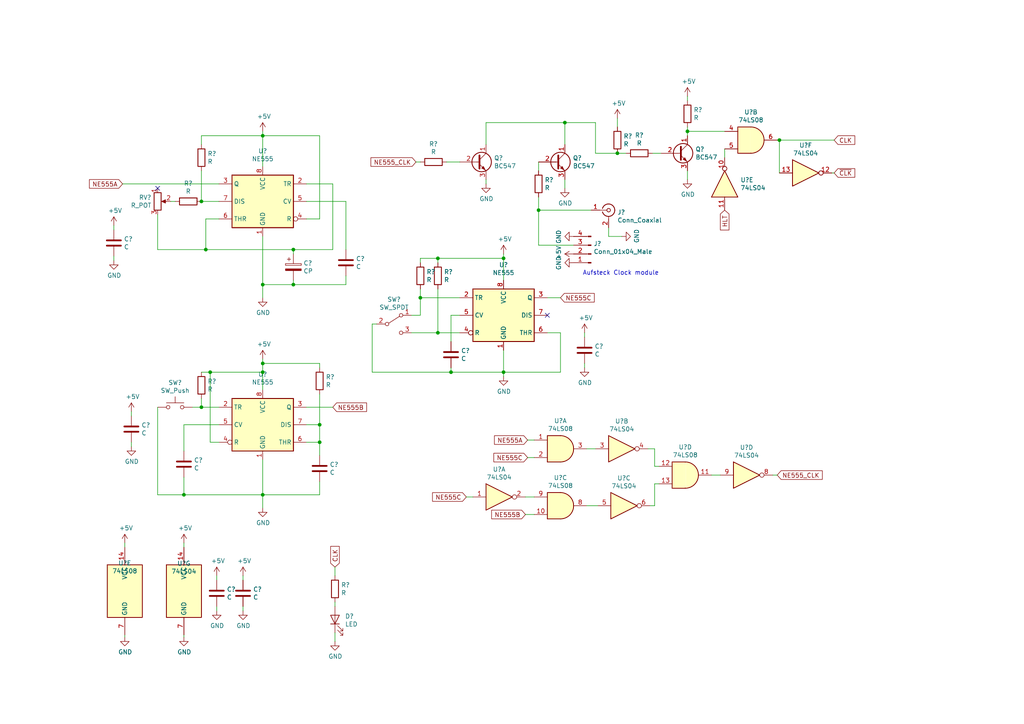
<source format=kicad_sch>
(kicad_sch (version 20200618) (host eeschema "(5.99.0-2101-geb1ff80d5)")
  (page 1 1)
  (paper "A4")
  (title_block (title "CLK MODULE") (date "2020-10-03") (rev "01") (company "Wilhelm-Maybach-Schule Heilbronn") (comment 1 "Leon Hellmich"))
  (lib_symbols
    (symbol "74xx:74LS04" (pin_names (offset 0.508))
      (property "Reference" "U" (at 0 1.27 0))
      (property "Value" "74LS04" (at 0 -1.27 0))
      (symbol "74LS04_7_1"
        (rectangle (start -5.08 7.62) (end 5.08 -7.62) (stroke (width 0.254)) (fill (type background)))
      )
      (symbol "74LS04_1_0"
        (polyline (pts (xy -3.81 3.81) (xy -3.81 -3.81) (xy 3.81 0) (xy -3.81 3.81)) (stroke (width 0.254)) (fill (type background)))
        (pin input line (at -7.62 0 0) (length 3.81) (name "~") (number "1"))
        (pin output inverted (at 7.62 0 180) (length 3.81) (name "~") (number "2"))
      )
      (symbol "74LS04_2_0"
        (polyline (pts (xy -3.81 3.81) (xy -3.81 -3.81) (xy 3.81 0) (xy -3.81 3.81)) (stroke (width 0.254)) (fill (type background)))
        (pin input line (at -7.62 0 0) (length 3.81) (name "~") (number "3"))
        (pin output inverted (at 7.62 0 180) (length 3.81) (name "~") (number "4"))
      )
      (symbol "74LS04_3_0"
        (polyline (pts (xy -3.81 3.81) (xy -3.81 -3.81) (xy 3.81 0) (xy -3.81 3.81)) (stroke (width 0.254)) (fill (type background)))
        (pin input line (at -7.62 0 0) (length 3.81) (name "~") (number "5"))
        (pin output inverted (at 7.62 0 180) (length 3.81) (name "~") (number "6"))
      )
      (symbol "74LS04_4_0"
        (polyline (pts (xy -3.81 3.81) (xy -3.81 -3.81) (xy 3.81 0) (xy -3.81 3.81)) (stroke (width 0.254)) (fill (type background)))
        (pin output inverted (at 7.62 0 180) (length 3.81) (name "~") (number "8"))
        (pin input line (at -7.62 0 0) (length 3.81) (name "~") (number "9"))
      )
      (symbol "74LS04_5_0"
        (polyline (pts (xy -3.81 3.81) (xy -3.81 -3.81) (xy 3.81 0) (xy -3.81 3.81)) (stroke (width 0.254)) (fill (type background)))
        (pin output inverted (at 7.62 0 180) (length 3.81) (name "~") (number "10"))
        (pin input line (at -7.62 0 0) (length 3.81) (name "~") (number "11"))
      )
      (symbol "74LS04_6_0"
        (polyline (pts (xy -3.81 3.81) (xy -3.81 -3.81) (xy 3.81 0) (xy -3.81 3.81)) (stroke (width 0.254)) (fill (type background)))
        (pin output inverted (at 7.62 0 180) (length 3.81) (name "~") (number "12"))
        (pin input line (at -7.62 0 0) (length 3.81) (name "~") (number "13"))
      )
      (symbol "74LS04_7_0"
        (pin power_in line (at 0 12.7 270) (length 5.08) (name "VCC") (number "14"))
        (pin power_in line (at 0 -12.7 90) (length 5.08) (name "GND") (number "7"))
      )
    )
    (symbol "74xx:74LS08"
      (property "Reference" "U" (at 0 1.27 0))
      (property "Value" "74LS08" (at 0 -1.27 0))
      (symbol "74LS08_1_1"
        (arc (start 0 -3.81) (end 0 3.81) (radius (at 0 0) (length 3.81) (angles -89.9 89.9)) (stroke (width 0.254)) (fill (type background)))
        (polyline (pts (xy 0 3.81) (xy -3.81 3.81) (xy -3.81 -3.81) (xy 0 -3.81)) (stroke (width 0.254)) (fill (type background)))
        (pin input line (at -7.62 2.54 0) (length 3.81) (name "~") (number "1"))
        (pin input line (at -7.62 -2.54 0) (length 3.81) (name "~") (number "2"))
        (pin output line (at 7.62 0 180) (length 3.81) (name "~") (number "3"))
      )
      (symbol "74LS08_2_1"
        (arc (start 0 -3.81) (end 0 3.81) (radius (at 0 0) (length 3.81) (angles -89.9 89.9)) (stroke (width 0.254)) (fill (type background)))
        (polyline (pts (xy 0 3.81) (xy -3.81 3.81) (xy -3.81 -3.81) (xy 0 -3.81)) (stroke (width 0.254)) (fill (type background)))
        (pin input line (at -7.62 2.54 0) (length 3.81) (name "~") (number "4"))
        (pin input line (at -7.62 -2.54 0) (length 3.81) (name "~") (number "5"))
        (pin output line (at 7.62 0 180) (length 3.81) (name "~") (number "6"))
      )
      (symbol "74LS08_3_1"
        (arc (start 0 -3.81) (end 0 3.81) (radius (at 0 0) (length 3.81) (angles -89.9 89.9)) (stroke (width 0.254)) (fill (type background)))
        (polyline (pts (xy 0 3.81) (xy -3.81 3.81) (xy -3.81 -3.81) (xy 0 -3.81)) (stroke (width 0.254)) (fill (type background)))
        (pin input line (at -7.62 -2.54 0) (length 3.81) (name "~") (number "10"))
        (pin output line (at 7.62 0 180) (length 3.81) (name "~") (number "8"))
        (pin input line (at -7.62 2.54 0) (length 3.81) (name "~") (number "9"))
      )
      (symbol "74LS08_4_1"
        (arc (start 0 -3.81) (end 0 3.81) (radius (at 0 0) (length 3.81) (angles -89.9 89.9)) (stroke (width 0.254)) (fill (type background)))
        (polyline (pts (xy 0 3.81) (xy -3.81 3.81) (xy -3.81 -3.81) (xy 0 -3.81)) (stroke (width 0.254)) (fill (type background)))
        (pin output line (at 7.62 0 180) (length 3.81) (name "~") (number "11"))
        (pin input line (at -7.62 2.54 0) (length 3.81) (name "~") (number "12"))
        (pin input line (at -7.62 -2.54 0) (length 3.81) (name "~") (number "13"))
      )
      (symbol "74LS08_1_2"
        (arc (start -3.81 3.81) (end -3.81 -3.81) (radius (at -9.144 0) (length 6.5532) (angles 35.4 -35.4)) (stroke (width 0.254)))
        (arc (start 3.81 0) (end -0.6096 3.81) (radius (at -1.1938 -1.3208) (length 5.1816) (angles 15 83.7)) (stroke (width 0.254)) (fill (type background)))
        (arc (start 3.81 0) (end -0.6096 -3.81) (radius (at -1.1938 1.3208) (length 5.1816) (angles -15 -83.7)) (stroke (width 0.254)) (fill (type background)))
        (polyline (pts (xy -3.81 -3.81) (xy -0.635 -3.81)) (stroke (width 0.254)) (fill (type background)))
        (polyline (pts (xy -3.81 3.81) (xy -0.635 3.81)) (stroke (width 0.254)) (fill (type background)))
        (polyline (pts (xy -0.635 3.81) (xy -3.81 3.81) (xy -3.81 3.81) (xy -3.556 3.4036) (xy -3.0226 2.2606) (xy -2.6924 1.0414) (xy -2.6162 -0.254) (xy -2.7686 -1.4986) (xy -3.175 -2.7178) (xy -3.81 -3.81) (xy -3.81 -3.81) (xy -0.635 -3.81)) (stroke (width -25.4)) (fill (type background)))
        (pin input inverted (at -7.62 2.54 0) (length 4.318) (name "~") (number "1"))
        (pin input inverted (at -7.62 -2.54 0) (length 4.318) (name "~") (number "2"))
        (pin output inverted (at 7.62 0 180) (length 3.81) (name "~") (number "3"))
      )
      (symbol "74LS08_2_2"
        (arc (start -3.81 3.81) (end -3.81 -3.81) (radius (at -9.144 0) (length 6.5532) (angles 35.4 -35.4)) (stroke (width 0.254)))
        (arc (start 3.81 0) (end -0.6096 3.81) (radius (at -1.1938 -1.3208) (length 5.1816) (angles 15 83.7)) (stroke (width 0.254)) (fill (type background)))
        (arc (start 3.81 0) (end -0.6096 -3.81) (radius (at -1.1938 1.3208) (length 5.1816) (angles -15 -83.7)) (stroke (width 0.254)) (fill (type background)))
        (polyline (pts (xy -3.81 -3.81) (xy -0.635 -3.81)) (stroke (width 0.254)) (fill (type background)))
        (polyline (pts (xy -3.81 3.81) (xy -0.635 3.81)) (stroke (width 0.254)) (fill (type background)))
        (polyline (pts (xy -0.635 3.81) (xy -3.81 3.81) (xy -3.81 3.81) (xy -3.556 3.4036) (xy -3.0226 2.2606) (xy -2.6924 1.0414) (xy -2.6162 -0.254) (xy -2.7686 -1.4986) (xy -3.175 -2.7178) (xy -3.81 -3.81) (xy -3.81 -3.81) (xy -0.635 -3.81)) (stroke (width -25.4)) (fill (type background)))
        (pin input inverted (at -7.62 2.54 0) (length 4.318) (name "~") (number "4"))
        (pin input inverted (at -7.62 -2.54 0) (length 4.318) (name "~") (number "5"))
        (pin output inverted (at 7.62 0 180) (length 3.81) (name "~") (number "6"))
      )
      (symbol "74LS08_3_2"
        (arc (start -3.81 3.81) (end -3.81 -3.81) (radius (at -9.144 0) (length 6.5532) (angles 35.4 -35.4)) (stroke (width 0.254)))
        (arc (start 3.81 0) (end -0.6096 3.81) (radius (at -1.1938 -1.3208) (length 5.1816) (angles 15 83.7)) (stroke (width 0.254)) (fill (type background)))
        (arc (start 3.81 0) (end -0.6096 -3.81) (radius (at -1.1938 1.3208) (length 5.1816) (angles -15 -83.7)) (stroke (width 0.254)) (fill (type background)))
        (polyline (pts (xy -3.81 -3.81) (xy -0.635 -3.81)) (stroke (width 0.254)) (fill (type background)))
        (polyline (pts (xy -3.81 3.81) (xy -0.635 3.81)) (stroke (width 0.254)) (fill (type background)))
        (polyline (pts (xy -0.635 3.81) (xy -3.81 3.81) (xy -3.81 3.81) (xy -3.556 3.4036) (xy -3.0226 2.2606) (xy -2.6924 1.0414) (xy -2.6162 -0.254) (xy -2.7686 -1.4986) (xy -3.175 -2.7178) (xy -3.81 -3.81) (xy -3.81 -3.81) (xy -0.635 -3.81)) (stroke (width -25.4)) (fill (type background)))
        (pin input inverted (at -7.62 -2.54 0) (length 4.318) (name "~") (number "10"))
        (pin output inverted (at 7.62 0 180) (length 3.81) (name "~") (number "8"))
        (pin input inverted (at -7.62 2.54 0) (length 4.318) (name "~") (number "9"))
      )
      (symbol "74LS08_4_2"
        (arc (start -3.81 3.81) (end -3.81 -3.81) (radius (at -9.144 0) (length 6.5532) (angles 35.4 -35.4)) (stroke (width 0.254)))
        (arc (start 3.81 0) (end -0.6096 3.81) (radius (at -1.1938 -1.3208) (length 5.1816) (angles 15 83.7)) (stroke (width 0.254)) (fill (type background)))
        (arc (start 3.81 0) (end -0.6096 -3.81) (radius (at -1.1938 1.3208) (length 5.1816) (angles -15 -83.7)) (stroke (width 0.254)) (fill (type background)))
        (polyline (pts (xy -3.81 -3.81) (xy -0.635 -3.81)) (stroke (width 0.254)) (fill (type background)))
        (polyline (pts (xy -3.81 3.81) (xy -0.635 3.81)) (stroke (width 0.254)) (fill (type background)))
        (polyline (pts (xy -0.635 3.81) (xy -3.81 3.81) (xy -3.81 3.81) (xy -3.556 3.4036) (xy -3.0226 2.2606) (xy -2.6924 1.0414) (xy -2.6162 -0.254) (xy -2.7686 -1.4986) (xy -3.175 -2.7178) (xy -3.81 -3.81) (xy -3.81 -3.81) (xy -0.635 -3.81)) (stroke (width -25.4)) (fill (type background)))
        (pin output inverted (at 7.62 0 180) (length 3.81) (name "~") (number "11"))
        (pin input inverted (at -7.62 2.54 0) (length 4.318) (name "~") (number "12"))
        (pin input inverted (at -7.62 -2.54 0) (length 4.318) (name "~") (number "13"))
      )
      (symbol "74LS08_5_1"
        (rectangle (start -5.08 7.62) (end 5.08 -7.62) (stroke (width 0.254)) (fill (type background)))
      )
      (symbol "74LS08_5_0"
        (pin power_in line (at 0 12.7 270) (length 5.08) (name "VCC") (number "14"))
        (pin power_in line (at 0 -12.7 90) (length 5.08) (name "GND") (number "7"))
      )
    )
    (symbol "Connector:Conn_01x04_Male" (pin_names hide)
      (property "Reference" "J" (at 0 5.08 0))
      (property "Value" "Conn_01x04_Male" (at 0 -7.62 0))
      (symbol "Conn_01x04_Male_1_1"
        (rectangle (start 0.8636 -4.953) (end 0 -5.207) (stroke (width 0.1524)) (fill (type outline)))
        (rectangle (start 0.8636 -2.413) (end 0 -2.667) (stroke (width 0.1524)) (fill (type outline)))
        (rectangle (start 0.8636 0.127) (end 0 -0.127) (stroke (width 0.1524)) (fill (type outline)))
        (rectangle (start 0.8636 2.667) (end 0 2.413) (stroke (width 0.1524)) (fill (type outline)))
        (polyline (pts (xy 1.27 -5.08) (xy 0.8636 -5.08)) (stroke (width 0.1524)))
        (polyline (pts (xy 1.27 -2.54) (xy 0.8636 -2.54)) (stroke (width 0.1524)))
        (polyline (pts (xy 1.27 0) (xy 0.8636 0)) (stroke (width 0.1524)))
        (polyline (pts (xy 1.27 2.54) (xy 0.8636 2.54)) (stroke (width 0.1524)))
        (pin passive line (at 5.08 2.54 180) (length 3.81) (name "Pin_1") (number "1"))
        (pin passive line (at 5.08 0 180) (length 3.81) (name "Pin_2") (number "2"))
        (pin passive line (at 5.08 -2.54 180) (length 3.81) (name "Pin_3") (number "3"))
        (pin passive line (at 5.08 -5.08 180) (length 3.81) (name "Pin_4") (number "4"))
      )
    )
    (symbol "Connector:Conn_Coaxial" (pin_names hide)
      (property "Reference" "J" (at 0.254 3.048 0))
      (property "Value" "Conn_Coaxial" (at 2.921 0 90))
      (symbol "Conn_Coaxial_0_1"
        (arc (start -1.778 0.508) (end 1.778 0) (radius (at -0.0508 0) (length 1.8034) (angles 163.6 0)) (stroke (width 0.254)))
        (arc (start 1.778 0) (end -1.778 -0.508) (radius (at -0.0254 0) (length 1.8034) (angles 0 -163.8)) (stroke (width 0.254)))
        (circle (center 0 0) (radius 0.508) (stroke (width 0.2032)))
        (polyline (pts (xy -2.54 0) (xy -0.508 0)))
        (polyline (pts (xy 0 -2.54) (xy 0 -1.778)))
      )
      (symbol "Conn_Coaxial_1_1"
        (pin passive line (at -5.08 0 0) (length 2.54) (name "In") (number "1"))
        (pin passive line (at 0 -5.08 90) (length 2.54) (name "Ext") (number "2"))
      )
    )
    (symbol "Device:C" (pin_numbers hide) (pin_names (offset 0.254))
      (property "Reference" "C" (at 0.635 2.54 0))
      (property "Value" "C" (at 0.635 -2.54 0))
      (symbol "C_0_1"
        (polyline (pts (xy -2.032 -0.762) (xy 2.032 -0.762)) (stroke (width 0.508)))
        (polyline (pts (xy -2.032 0.762) (xy 2.032 0.762)) (stroke (width 0.508)))
      )
      (symbol "C_1_1"
        (pin passive line (at 0 3.81 270) (length 2.794) (name "~") (number "1"))
        (pin passive line (at 0 -3.81 90) (length 2.794) (name "~") (number "2"))
      )
    )
    (symbol "Device:CP" (pin_numbers hide) (pin_names (offset 0.254))
      (property "Reference" "C" (at 0.635 2.54 0))
      (property "Value" "CP" (at 0.635 -2.54 0))
      (symbol "CP_0_1"
        (rectangle (start -2.286 0.508) (end 2.286 1.016))
        (rectangle (start 2.286 -0.508) (end -2.286 -1.016) (fill (type outline)))
        (polyline (pts (xy -1.778 2.286) (xy -0.762 2.286)))
        (polyline (pts (xy -1.27 2.794) (xy -1.27 1.778)))
      )
      (symbol "CP_1_1"
        (pin passive line (at 0 3.81 270) (length 2.794) (name "~") (number "1"))
        (pin passive line (at 0 -3.81 90) (length 2.794) (name "~") (number "2"))
      )
    )
    (symbol "Device:LED" (pin_numbers hide) (pin_names hide)
      (property "Reference" "D" (at 0 2.54 0))
      (property "Value" "LED" (at 0 -2.54 0))
      (symbol "LED_0_1"
        (polyline (pts (xy -1.27 -1.27) (xy -1.27 1.27)) (stroke (width 0.2032)))
        (polyline (pts (xy -1.27 0) (xy 1.27 0)))
        (polyline (pts (xy 1.27 -1.27) (xy 1.27 1.27) (xy -1.27 0) (xy 1.27 -1.27)) (stroke (width 0.2032)))
        (polyline (pts (xy -3.048 -0.762) (xy -4.572 -2.286) (xy -3.81 -2.286) (xy -4.572 -2.286) (xy -4.572 -1.524)))
        (polyline (pts (xy -1.778 -0.762) (xy -3.302 -2.286) (xy -2.54 -2.286) (xy -3.302 -2.286) (xy -3.302 -1.524)))
      )
      (symbol "LED_1_1"
        (pin passive line (at -3.81 0 0) (length 2.54) (name "K") (number "1"))
        (pin passive line (at 3.81 0 180) (length 2.54) (name "A") (number "2"))
      )
    )
    (symbol "Device:R" (pin_numbers hide) (pin_names (offset 0))
      (property "Reference" "R" (at 2.032 0 90))
      (property "Value" "R" (at 0 0 90))
      (symbol "R_0_1"
        (rectangle (start -1.016 -2.54) (end 1.016 2.54) (stroke (width 0.254)))
      )
      (symbol "R_1_1"
        (pin passive line (at 0 3.81 270) (length 1.27) (name "~") (number "1"))
        (pin passive line (at 0 -3.81 90) (length 1.27) (name "~") (number "2"))
      )
    )
    (symbol "Device:R_POT" (pin_names hide)
      (property "Reference" "RV" (at -4.445 0 90))
      (property "Value" "R_POT" (at -2.54 0 90))
      (symbol "R_POT_0_1"
        (rectangle (start 1.016 2.54) (end -1.016 -2.54) (stroke (width 0.254)))
        (polyline (pts (xy 2.54 0) (xy 1.524 0)))
        (polyline (pts (xy 1.143 0) (xy 2.286 0.508) (xy 2.286 -0.508) (xy 1.143 0)) (fill (type outline)))
      )
      (symbol "R_POT_1_1"
        (pin passive line (at 0 3.81 270) (length 1.27) (name "1") (number "1"))
        (pin passive line (at 3.81 0 180) (length 1.27) (name "2") (number "2"))
        (pin passive line (at 0 -3.81 90) (length 1.27) (name "3") (number "3"))
      )
    )
    (symbol "Switch:SW_Push" (pin_numbers hide) (pin_names hide)
      (property "Reference" "SW" (at 1.27 2.54 0))
      (property "Value" "SW_Push" (at 0 -1.524 0))
      (symbol "SW_Push_0_1"
        (circle (center -2.032 0) (radius 0.508))
        (circle (center 2.032 0) (radius 0.508))
        (polyline (pts (xy 0 1.27) (xy 0 3.048)))
        (polyline (pts (xy 2.54 1.27) (xy -2.54 1.27)))
        (pin passive line (at -5.08 0 0) (length 2.54) (name "1") (number "1"))
        (pin passive line (at 5.08 0 180) (length 2.54) (name "2") (number "2"))
      )
    )
    (symbol "Switch:SW_SPDT" (pin_names (offset 0) hide)
      (property "Reference" "SW" (at 0 4.318 0))
      (property "Value" "SW_SPDT" (at 0 -5.08 0))
      (symbol "SW_SPDT_0_0"
        (circle (center -2.032 0) (radius 0.508))
        (circle (center 2.032 -2.54) (radius 0.508))
      )
      (symbol "SW_SPDT_0_1"
        (circle (center 2.032 2.54) (radius 0.508))
        (polyline (pts (xy -1.524 0.254) (xy 1.651 2.286)))
      )
      (symbol "SW_SPDT_1_1"
        (pin passive line (at 5.08 2.54 180) (length 2.54) (name "A") (number "1"))
        (pin passive line (at -5.08 0 0) (length 2.54) (name "B") (number "2"))
        (pin passive line (at 5.08 -2.54 180) (length 2.54) (name "C") (number "3"))
      )
    )
    (symbol "Timer:NE555" (pin_names (offset 0.508))
      (property "Reference" "U" (at -10.16 8.89 0))
      (property "Value" "NE555" (at 2.54 8.89 0))
      (symbol "NE555_0_1"
        (rectangle (start -8.89 -7.62) (end 8.89 7.62) (stroke (width 0.254)) (fill (type background)))
        (rectangle (start -8.89 -7.62) (end 8.89 7.62) (stroke (width 0.254)) (fill (type background)))
      )
      (symbol "NE555_0_0"
        (pin power_in line (at 0 -10.16 90) (length 2.54) (name "GND") (number "1"))
        (pin power_in line (at 0 10.16 270) (length 2.54) (name "VCC") (number "8"))
      )
      (symbol "NE555_1_1"
        (pin input line (at -12.7 5.08 0) (length 3.81) (name "TR") (number "2"))
        (pin output line (at 12.7 5.08 180) (length 3.81) (name "Q") (number "3"))
        (pin input inverted (at -12.7 -5.08 0) (length 3.81) (name "R") (number "4"))
        (pin input line (at -12.7 0 0) (length 3.81) (name "CV") (number "5"))
        (pin input line (at 12.7 -5.08 180) (length 3.81) (name "THR") (number "6"))
        (pin input line (at 12.7 0 180) (length 3.81) (name "DIS") (number "7"))
      )
    )
    (symbol "Transistor_BJT:BC547" (pin_names (offset 0) hide)
      (property "Reference" "Q" (at 5.08 1.905 0))
      (property "Value" "BC547" (at 5.08 0 0))
      (symbol "BC547_0_1"
        (circle (center 1.27 0) (radius 2.8194) (stroke (width 0.254)))
        (polyline (pts (xy 0 0) (xy 0.635 0)))
        (polyline (pts (xy 0.635 0.635) (xy 2.54 2.54)))
        (polyline (pts (xy 0.635 -0.635) (xy 2.54 -2.54) (xy 2.54 -2.54)))
        (polyline (pts (xy 0.635 1.905) (xy 0.635 -1.905) (xy 0.635 -1.905)) (stroke (width 0.508)))
        (polyline (pts (xy 1.27 -1.778) (xy 1.778 -1.27) (xy 2.286 -2.286) (xy 1.27 -1.778) (xy 1.27 -1.778)) (fill (type outline)))
      )
      (symbol "BC547_1_1"
        (pin passive line (at 2.54 5.08 270) (length 2.54) (name "C") (number "1"))
        (pin input line (at -5.08 0 0) (length 5.08) (name "B") (number "2"))
        (pin passive line (at 2.54 -5.08 90) (length 2.54) (name "E") (number "3"))
      )
    )
    (symbol "power:+5V" (power) (pin_names (offset 0))
      (property "Value" "+5V" (at 0 3.556 0))
      (symbol "+5V_0_1"
        (polyline (pts (xy -0.762 1.27) (xy 0 2.54)))
        (polyline (pts (xy 0 0) (xy 0 2.54)))
        (polyline (pts (xy 0 2.54) (xy 0.762 1.27)))
      )
      (symbol "+5V_1_1"
        (pin power_in line (at 0 0 90) (length 0) hide (name "+5V") (number "1"))
      )
    )
    (symbol "power:GND" (power) (pin_names (offset 0))
      (property "Value" "GND" (at 0 -3.81 0))
      (symbol "GND_0_1"
        (polyline (pts (xy 0 0) (xy 0 -1.27) (xy 1.27 -1.27) (xy 0 -2.54) (xy -1.27 -1.27) (xy 0 -1.27)))
      )
      (symbol "GND_1_1"
        (pin power_in line (at 0 0 270) (length 0) hide (name "GND") (number "1"))
      )
    )
  )
  (junction (at 53.34 143.51))
  (junction (at 58.42 58.42))
  (junction (at 58.42 118.11))
  (junction (at 59.69 72.39))
  (junction (at 60.96 107.95))
  (junction (at 76.2 39.37))
  (junction (at 76.2 82.55))
  (junction (at 76.2 105.41))
  (junction (at 76.2 107.95))
  (junction (at 76.2 143.51))
  (junction (at 85.09 72.39))
  (junction (at 85.09 82.55))
  (junction (at 92.71 123.19))
  (junction (at 92.71 128.27))
  (junction (at 121.92 86.36))
  (junction (at 127 74.93))
  (junction (at 127 96.52))
  (junction (at 130.81 107.95))
  (junction (at 146.05 74.93))
  (junction (at 146.05 107.95))
  (junction (at 156.21 60.96))
  (junction (at 163.83 35.56))
  (junction (at 179.07 44.45))
  (junction (at 199.39 38.1))
  (junction (at 226.06 40.64))
  (no_connect (at 45.72 54.61))
  (no_connect (at 158.75 91.44))
  (wire (pts (xy 33.02 65.405) (xy 33.02 66.675)))
  (wire (pts (xy 33.02 74.295) (xy 33.02 75.565)))
  (wire (pts (xy 35.56 53.34) (xy 63.5 53.34)))
  (wire (pts (xy 36.195 157.48) (xy 36.195 158.75)))
  (wire (pts (xy 36.195 184.15) (xy 36.195 184.785)))
  (wire (pts (xy 38.1 119.38) (xy 38.1 120.65)))
  (wire (pts (xy 38.1 128.27) (xy 38.1 129.54)))
  (wire (pts (xy 45.72 62.23) (xy 45.72 72.39)))
  (wire (pts (xy 45.72 118.11) (xy 45.72 143.51)))
  (wire (pts (xy 45.72 143.51) (xy 53.34 143.51)))
  (wire (pts (xy 49.53 58.42) (xy 50.8 58.42)))
  (wire (pts (xy 53.34 123.19) (xy 63.5 123.19)))
  (wire (pts (xy 53.34 130.81) (xy 53.34 123.19)))
  (wire (pts (xy 53.34 138.43) (xy 53.34 143.51)))
  (wire (pts (xy 53.34 143.51) (xy 76.2 143.51)))
  (wire (pts (xy 53.34 157.48) (xy 53.34 158.75)))
  (wire (pts (xy 53.34 184.15) (xy 53.34 184.785)))
  (wire (pts (xy 55.88 118.11) (xy 58.42 118.11)))
  (wire (pts (xy 58.42 39.37) (xy 76.2 39.37)))
  (wire (pts (xy 58.42 41.91) (xy 58.42 39.37)))
  (wire (pts (xy 58.42 58.42) (xy 58.42 49.53)))
  (wire (pts (xy 58.42 58.42) (xy 63.5 58.42)))
  (wire (pts (xy 58.42 115.57) (xy 58.42 118.11)))
  (wire (pts (xy 58.42 118.11) (xy 63.5 118.11)))
  (wire (pts (xy 59.69 63.5) (xy 63.5 63.5)))
  (wire (pts (xy 59.69 72.39) (xy 45.72 72.39)))
  (wire (pts (xy 59.69 72.39) (xy 59.69 63.5)))
  (wire (pts (xy 60.96 107.95) (xy 58.42 107.95)))
  (wire (pts (xy 60.96 107.95) (xy 76.2 107.95)))
  (wire (pts (xy 60.96 128.27) (xy 60.96 107.95)))
  (wire (pts (xy 62.865 167.005) (xy 62.865 168.275)))
  (wire (pts (xy 62.865 175.895) (xy 62.865 177.165)))
  (wire (pts (xy 63.5 128.27) (xy 60.96 128.27)))
  (wire (pts (xy 70.485 167.005) (xy 70.485 168.275)))
  (wire (pts (xy 70.485 175.895) (xy 70.485 177.165)))
  (wire (pts (xy 76.2 38.1) (xy 76.2 39.37)))
  (wire (pts (xy 76.2 39.37) (xy 76.2 48.26)))
  (wire (pts (xy 76.2 39.37) (xy 92.71 39.37)))
  (wire (pts (xy 76.2 68.58) (xy 76.2 82.55)))
  (wire (pts (xy 76.2 82.55) (xy 76.2 86.36)))
  (wire (pts (xy 76.2 104.14) (xy 76.2 105.41)))
  (wire (pts (xy 76.2 105.41) (xy 76.2 107.95)))
  (wire (pts (xy 76.2 105.41) (xy 92.71 105.41)))
  (wire (pts (xy 76.2 107.95) (xy 76.2 113.03)))
  (wire (pts (xy 76.2 133.35) (xy 76.2 143.51)))
  (wire (pts (xy 76.2 143.51) (xy 76.2 147.32)))
  (wire (pts (xy 76.2 143.51) (xy 92.71 143.51)))
  (wire (pts (xy 85.09 72.39) (xy 59.69 72.39)))
  (wire (pts (xy 85.09 72.39) (xy 85.09 73.66)))
  (wire (pts (xy 85.09 81.28) (xy 85.09 82.55)))
  (wire (pts (xy 85.09 82.55) (xy 76.2 82.55)))
  (wire (pts (xy 88.9 53.34) (xy 96.52 53.34)))
  (wire (pts (xy 88.9 58.42) (xy 100.33 58.42)))
  (wire (pts (xy 88.9 118.11) (xy 96.52 118.11)))
  (wire (pts (xy 88.9 128.27) (xy 92.71 128.27)))
  (wire (pts (xy 92.71 39.37) (xy 92.71 63.5)))
  (wire (pts (xy 92.71 63.5) (xy 88.9 63.5)))
  (wire (pts (xy 92.71 105.41) (xy 92.71 106.68)))
  (wire (pts (xy 92.71 114.3) (xy 92.71 123.19)))
  (wire (pts (xy 92.71 123.19) (xy 88.9 123.19)))
  (wire (pts (xy 92.71 128.27) (xy 92.71 123.19)))
  (wire (pts (xy 92.71 128.27) (xy 92.71 132.08)))
  (wire (pts (xy 92.71 139.7) (xy 92.71 143.51)))
  (wire (pts (xy 96.52 53.34) (xy 96.52 72.39)))
  (wire (pts (xy 96.52 72.39) (xy 85.09 72.39)))
  (wire (pts (xy 97.155 164.465) (xy 97.155 167.005)))
  (wire (pts (xy 97.155 174.625) (xy 97.155 175.895)))
  (wire (pts (xy 97.155 183.515) (xy 97.155 186.055)))
  (wire (pts (xy 100.33 58.42) (xy 100.33 72.39)))
  (wire (pts (xy 100.33 80.01) (xy 100.33 82.55)))
  (wire (pts (xy 100.33 82.55) (xy 85.09 82.55)))
  (wire (pts (xy 107.95 93.98) (xy 107.95 107.95)))
  (wire (pts (xy 107.95 107.95) (xy 130.81 107.95)))
  (wire (pts (xy 109.22 93.98) (xy 107.95 93.98)))
  (wire (pts (xy 119.38 91.44) (xy 121.92 91.44)))
  (wire (pts (xy 119.38 96.52) (xy 127 96.52)))
  (wire (pts (xy 120.65 46.99) (xy 121.92 46.99)))
  (wire (pts (xy 121.92 74.93) (xy 127 74.93)))
  (wire (pts (xy 121.92 76.2) (xy 121.92 74.93)))
  (wire (pts (xy 121.92 83.82) (xy 121.92 86.36)))
  (wire (pts (xy 121.92 86.36) (xy 121.92 91.44)))
  (wire (pts (xy 121.92 86.36) (xy 133.35 86.36)))
  (wire (pts (xy 127 74.93) (xy 127 76.2)))
  (wire (pts (xy 127 74.93) (xy 146.05 74.93)))
  (wire (pts (xy 127 83.82) (xy 127 96.52)))
  (wire (pts (xy 127 96.52) (xy 133.35 96.52)))
  (wire (pts (xy 129.54 46.99) (xy 133.35 46.99)))
  (wire (pts (xy 130.81 91.44) (xy 130.81 99.06)))
  (wire (pts (xy 130.81 106.68) (xy 130.81 107.95)))
  (wire (pts (xy 130.81 107.95) (xy 146.05 107.95)))
  (wire (pts (xy 133.35 91.44) (xy 130.81 91.44)))
  (wire (pts (xy 135.255 144.145) (xy 137.16 144.145)))
  (wire (pts (xy 140.97 35.56) (xy 163.83 35.56)))
  (wire (pts (xy 140.97 41.91) (xy 140.97 35.56)))
  (wire (pts (xy 140.97 52.07) (xy 140.97 53.34)))
  (wire (pts (xy 146.05 73.66) (xy 146.05 74.93)))
  (wire (pts (xy 146.05 74.93) (xy 146.05 81.28)))
  (wire (pts (xy 146.05 101.6) (xy 146.05 107.95)))
  (wire (pts (xy 146.05 107.95) (xy 146.05 109.22)))
  (wire (pts (xy 152.4 144.145) (xy 154.94 144.145)))
  (wire (pts (xy 152.4 149.225) (xy 154.94 149.225)))
  (wire (pts (xy 153.035 127.635) (xy 154.94 127.635)))
  (wire (pts (xy 153.035 132.715) (xy 154.94 132.715)))
  (wire (pts (xy 156.21 46.99) (xy 156.21 49.53)))
  (wire (pts (xy 156.21 57.15) (xy 156.21 60.96)))
  (wire (pts (xy 156.21 60.96) (xy 156.21 71.12)))
  (wire (pts (xy 156.21 60.96) (xy 171.45 60.96)))
  (wire (pts (xy 156.21 71.12) (xy 166.37 71.12)))
  (wire (pts (xy 158.75 86.36) (xy 162.56 86.36)))
  (wire (pts (xy 158.75 96.52) (xy 162.56 96.52)))
  (wire (pts (xy 162.56 96.52) (xy 162.56 107.95)))
  (wire (pts (xy 162.56 107.95) (xy 146.05 107.95)))
  (wire (pts (xy 163.83 35.56) (xy 163.83 41.91)))
  (wire (pts (xy 163.83 35.56) (xy 172.72 35.56)))
  (wire (pts (xy 163.83 52.07) (xy 163.83 54.61)))
  (wire (pts (xy 169.545 96.52) (xy 169.545 97.79)))
  (wire (pts (xy 169.545 105.41) (xy 169.545 106.68)))
  (wire (pts (xy 170.18 130.175) (xy 172.72 130.175)))
  (wire (pts (xy 170.18 146.685) (xy 173.355 146.685)))
  (wire (pts (xy 172.72 35.56) (xy 172.72 44.45)))
  (wire (pts (xy 172.72 44.45) (xy 179.07 44.45)))
  (wire (pts (xy 176.53 66.04) (xy 176.53 68.58)))
  (wire (pts (xy 176.53 68.58) (xy 180.34 68.58)))
  (wire (pts (xy 179.07 34.29) (xy 179.07 36.83)))
  (wire (pts (xy 179.07 44.45) (xy 181.61 44.45)))
  (wire (pts (xy 187.96 130.175) (xy 189.865 130.175)))
  (wire (pts (xy 188.595 146.685) (xy 189.865 146.685)))
  (wire (pts (xy 189.23 44.45) (xy 191.77 44.45)))
  (wire (pts (xy 189.865 130.175) (xy 189.865 135.255)))
  (wire (pts (xy 189.865 135.255) (xy 191.135 135.255)))
  (wire (pts (xy 189.865 140.335) (xy 191.135 140.335)))
  (wire (pts (xy 189.865 146.685) (xy 189.865 140.335)))
  (wire (pts (xy 199.39 27.94) (xy 199.39 29.21)))
  (wire (pts (xy 199.39 36.83) (xy 199.39 38.1)))
  (wire (pts (xy 199.39 38.1) (xy 199.39 39.37)))
  (wire (pts (xy 199.39 38.1) (xy 210.185 38.1)))
  (wire (pts (xy 199.39 49.53) (xy 199.39 52.07)))
  (wire (pts (xy 206.375 137.795) (xy 208.915 137.795)))
  (wire (pts (xy 210.185 43.18) (xy 210.185 45.72)))
  (wire (pts (xy 224.155 137.795) (xy 225.425 137.795)))
  (wire (pts (xy 226.06 40.64) (xy 225.425 40.64)))
  (wire (pts (xy 226.06 40.64) (xy 241.935 40.64)))
  (wire (pts (xy 226.06 50.165) (xy 226.06 40.64)))
  (wire (pts (xy 241.3 50.165) (xy 241.935 50.165)))
  (text "Aufsteck Clock module" (at 191.135 80.01 180) (effects (font (size 1.27 1.27)) (justify right bottom)))
  (global_label "NE555A" (shape input) (at 35.56 53.34 180))
  (global_label "NE555B" (shape input) (at 96.52 118.11 0))
  (global_label "CLK" (shape input) (at 97.155 164.465 90))
  (global_label "NE555_CLK" (shape input) (at 120.65 46.99 180))
  (global_label "NE555C" (shape input) (at 135.255 144.145 180))
  (global_label "NE555B" (shape input) (at 152.4 149.225 180))
  (global_label "NE555A" (shape input) (at 153.035 127.635 180))
  (global_label "NE555C" (shape input) (at 153.035 132.715 180))
  (global_label "NE555C" (shape input) (at 162.56 86.36 0))
  (global_label "HLT" (shape input) (at 210.185 60.96 270))
  (global_label "NE555_CLK" (shape input) (at 225.425 137.795 0))
  (global_label "CLK" (shape input) (at 241.935 40.64 0))
  (global_label "~CLK" (shape input) (at 241.935 50.165 0))
  (symbol (lib_id "power:+5V") (at 33.02 65.405 0) (unit 1)
    (property "Reference" "#PWR?" (effects hide))
    (property "Value" "+5V" (at 33.3883 61.0806 0))
  )
  (symbol (lib_id "power:+5V") (at 36.195 157.48 0) (unit 1)
    (property "Reference" "#PWR?" (effects hide))
    (property "Value" "+5V" (at 36.5633 153.1556 0))
  )
  (symbol (lib_id "power:+5V") (at 38.1 119.38 0) (unit 1)
    (property "Reference" "#PWR?" (effects hide))
    (property "Value" "+5V" (at 38.4683 115.0556 0))
  )
  (symbol (lib_id "power:+5V") (at 53.34 157.48 0) (unit 1)
    (property "Reference" "#PWR?" (effects hide))
    (property "Value" "+5V" (at 53.7083 153.1556 0))
  )
  (symbol (lib_id "power:+5V") (at 62.865 167.005 0) (unit 1)
    (property "Reference" "#PWR?" (effects hide))
    (property "Value" "+5V" (at 63.2333 162.6806 0))
  )
  (symbol (lib_id "power:+5V") (at 70.485 167.005 0) (unit 1)
    (property "Reference" "#PWR?" (effects hide))
    (property "Value" "+5V" (at 70.8533 162.6806 0))
  )
  (symbol (lib_id "power:+5V") (at 76.2 38.1 0) (unit 1)
    (property "Reference" "#PWR?" (effects hide))
    (property "Value" "+5V" (at 76.5683 33.7756 0))
  )
  (symbol (lib_id "power:+5V") (at 76.2 104.14 0) (unit 1)
    (property "Reference" "#PWR?" (effects hide))
    (property "Value" "+5V" (at 76.5683 99.8156 0))
  )
  (symbol (lib_id "power:+5V") (at 146.05 73.66 0) (unit 1)
    (property "Reference" "#PWR?" (effects hide))
    (property "Value" "+5V" (at 146.4183 69.3356 0))
  )
  (symbol (lib_id "power:+5V") (at 166.37 73.66 90) (unit 1)
    (property "Reference" "#PWR?" (effects hide))
    (property "Value" "+5V" (at 162.0456 73.2917 0))
  )
  (symbol (lib_id "power:+5V") (at 169.545 96.52 0) (unit 1)
    (property "Reference" "#PWR?" (effects hide))
    (property "Value" "+5V" (at 169.9133 92.1956 0))
  )
  (symbol (lib_id "power:+5V") (at 179.07 34.29 0) (unit 1)
    (property "Reference" "#PWR?" (effects hide))
    (property "Value" "+5V" (at 179.4383 29.9656 0))
  )
  (symbol (lib_id "power:+5V") (at 199.39 27.94 0) (unit 1)
    (property "Reference" "#PWR?" (effects hide))
    (property "Value" "+5V" (at 199.7583 23.6156 0))
  )
  (symbol (lib_id "power:GND") (at 33.02 75.565 0) (unit 1)
    (property "Reference" "#PWR?" (effects hide))
    (property "Value" "GND" (at 33.1343 79.8894 0))
  )
  (symbol (lib_id "power:GND") (at 36.195 184.785 0) (unit 1)
    (property "Reference" "#PWR?" (effects hide))
    (property "Value" "GND" (at 36.3093 189.1094 0))
  )
  (symbol (lib_id "power:GND") (at 38.1 129.54 0) (unit 1)
    (property "Reference" "#PWR?" (effects hide))
    (property "Value" "GND" (at 38.2143 133.8644 0))
  )
  (symbol (lib_id "power:GND") (at 53.34 184.785 0) (unit 1)
    (property "Reference" "#PWR?" (effects hide))
    (property "Value" "GND" (at 53.4543 189.1094 0))
  )
  (symbol (lib_id "power:GND") (at 62.865 177.165 0) (unit 1)
    (property "Reference" "#PWR?" (effects hide))
    (property "Value" "GND" (at 62.9793 181.4894 0))
  )
  (symbol (lib_id "power:GND") (at 70.485 177.165 0) (unit 1)
    (property "Reference" "#PWR?" (effects hide))
    (property "Value" "GND" (at 70.5993 181.4894 0))
  )
  (symbol (lib_id "power:GND") (at 76.2 86.36 0) (unit 1)
    (property "Reference" "#PWR?" (effects hide))
    (property "Value" "GND" (at 76.3143 90.6844 0))
  )
  (symbol (lib_id "power:GND") (at 76.2 147.32 0) (unit 1)
    (property "Reference" "#PWR?" (effects hide))
    (property "Value" "GND" (at 76.3143 151.6444 0))
  )
  (symbol (lib_id "power:GND") (at 97.155 186.055 0) (unit 1)
    (property "Reference" "#PWR?" (effects hide))
    (property "Value" "GND" (at 97.2693 190.3794 0))
  )
  (symbol (lib_id "power:GND") (at 140.97 53.34 0) (unit 1)
    (property "Reference" "#PWR?" (effects hide))
    (property "Value" "GND" (at 141.0843 57.6644 0))
  )
  (symbol (lib_id "power:GND") (at 146.05 109.22 0) (unit 1)
    (property "Reference" "#PWR?" (effects hide))
    (property "Value" "GND" (at 146.1643 113.5444 0))
  )
  (symbol (lib_id "power:GND") (at 163.83 54.61 0) (unit 1)
    (property "Reference" "#PWR?" (effects hide))
    (property "Value" "GND" (at 163.9443 58.9344 0))
  )
  (symbol (lib_id "power:GND") (at 166.37 68.58 270) (unit 1)
    (property "Reference" "#PWR?" (effects hide))
    (property "Value" "GND" (at 162.0456 68.6943 0))
  )
  (symbol (lib_id "power:GND") (at 166.37 76.2 270) (unit 1)
    (property "Reference" "#PWR?" (effects hide))
    (property "Value" "GND" (at 162.0456 76.3143 0))
  )
  (symbol (lib_id "power:GND") (at 169.545 106.68 0) (unit 1)
    (property "Reference" "#PWR?" (effects hide))
    (property "Value" "GND" (at 169.6593 111.0044 0))
  )
  (symbol (lib_id "power:GND") (at 180.34 68.58 90) (unit 1)
    (property "Reference" "#PWR?" (effects hide))
    (property "Value" "GND" (at 184.6644 68.4657 0))
  )
  (symbol (lib_id "power:GND") (at 199.39 52.07 0) (unit 1)
    (property "Reference" "#PWR?" (effects hide))
    (property "Value" "GND" (at 199.5043 56.3944 0))
  )
  (symbol (lib_id "Device:R") (at 54.61 58.42 90) (unit 1)
    (property "Reference" "R?" (at 54.61 53.1938 90))
    (property "Value" "R" (at 54.61 55.4925 90))
  )
  (symbol (lib_id "Device:R") (at 58.42 45.72 0) (unit 1)
    (property "Reference" "R?" (at 60.1981 44.5706 0) (effects (justify left)))
    (property "Value" "R" (at 60.1981 46.8693 0) (effects (justify left)))
  )
  (symbol (lib_id "Device:R") (at 58.42 111.76 0) (unit 1)
    (property "Reference" "R?" (at 60.1981 110.6106 0) (effects (justify left)))
    (property "Value" "R" (at 60.1981 112.9093 0) (effects (justify left)))
  )
  (symbol (lib_id "Device:R") (at 92.71 110.49 0) (unit 1)
    (property "Reference" "R?" (at 94.4881 109.3406 0) (effects (justify left)))
    (property "Value" "R" (at 94.4881 111.6393 0) (effects (justify left)))
  )
  (symbol (lib_id "Device:R") (at 97.155 170.815 0) (unit 1)
    (property "Reference" "R?" (at 98.9331 169.6656 0) (effects (justify left)))
    (property "Value" "R" (at 98.9331 171.9643 0) (effects (justify left)))
  )
  (symbol (lib_id "Device:R") (at 121.92 80.01 0) (unit 1)
    (property "Reference" "R?" (at 123.6981 78.8606 0) (effects (justify left)))
    (property "Value" "R" (at 123.6981 81.1593 0) (effects (justify left)))
  )
  (symbol (lib_id "Device:R") (at 125.73 46.99 90) (unit 1)
    (property "Reference" "R?" (at 125.73 41.7638 90))
    (property "Value" "R" (at 125.73 44.0625 90))
  )
  (symbol (lib_id "Device:R") (at 127 80.01 0) (unit 1)
    (property "Reference" "R?" (at 128.7781 78.8606 0) (effects (justify left)))
    (property "Value" "R" (at 128.7781 81.1593 0) (effects (justify left)))
  )
  (symbol (lib_id "Device:R") (at 156.21 53.34 0) (unit 1)
    (property "Reference" "R?" (at 157.9881 52.1906 0) (effects (justify left)))
    (property "Value" "R" (at 157.9881 54.4893 0) (effects (justify left)))
  )
  (symbol (lib_id "Device:R") (at 179.07 40.64 0) (unit 1)
    (property "Reference" "R?" (at 180.8481 39.4906 0) (effects (justify left)))
    (property "Value" "R" (at 180.8481 41.7893 0) (effects (justify left)))
  )
  (symbol (lib_id "Device:R") (at 185.42 44.45 90) (unit 1)
    (property "Reference" "R?" (at 185.42 39.2238 90))
    (property "Value" "R" (at 185.42 41.5225 90))
  )
  (symbol (lib_id "Device:R") (at 199.39 33.02 0) (unit 1)
    (property "Reference" "R?" (at 201.1681 31.8706 0) (effects (justify left)))
    (property "Value" "R" (at 201.1681 34.1693 0) (effects (justify left)))
  )
  (symbol (lib_id "Device:LED") (at 97.155 179.705 90) (unit 1)
    (property "Reference" "D?" (at 100.0761 178.7461 90) (effects (justify right)))
    (property "Value" "LED" (at 100.0761 181.0448 90) (effects (justify right)))
  )
  (symbol (lib_id "Device:C") (at 33.02 70.485 0) (unit 1)
    (property "Reference" "C?" (at 35.9411 69.3356 0) (effects (justify left)))
    (property "Value" "C" (at 35.9411 71.6343 0) (effects (justify left)))
  )
  (symbol (lib_id "Device:C") (at 38.1 124.46 0) (unit 1)
    (property "Reference" "C?" (at 41.0211 123.3106 0) (effects (justify left)))
    (property "Value" "C" (at 41.0211 125.6093 0) (effects (justify left)))
  )
  (symbol (lib_id "Device:C") (at 53.34 134.62 0) (unit 1)
    (property "Reference" "C?" (at 56.2611 133.4706 0) (effects (justify left)))
    (property "Value" "C" (at 56.2611 135.7693 0) (effects (justify left)))
  )
  (symbol (lib_id "Device:C") (at 62.865 172.085 0) (unit 1)
    (property "Reference" "C?" (at 65.7861 170.9356 0) (effects (justify left)))
    (property "Value" "C" (at 65.7861 173.2343 0) (effects (justify left)))
  )
  (symbol (lib_id "Device:C") (at 70.485 172.085 0) (unit 1)
    (property "Reference" "C?" (at 73.4061 170.9356 0) (effects (justify left)))
    (property "Value" "C" (at 73.4061 173.2343 0) (effects (justify left)))
  )
  (symbol (lib_id "Device:CP") (at 85.09 77.47 0) (unit 1)
    (property "Reference" "C?" (at 88.0111 76.3206 0) (effects (justify left)))
    (property "Value" "CP" (at 88.0111 78.6193 0) (effects (justify left)))
  )
  (symbol (lib_id "Device:C") (at 92.71 135.89 0) (unit 1)
    (property "Reference" "C?" (at 95.6311 134.7406 0) (effects (justify left)))
    (property "Value" "C" (at 95.6311 137.0393 0) (effects (justify left)))
  )
  (symbol (lib_id "Device:C") (at 100.33 76.2 0) (unit 1)
    (property "Reference" "C?" (at 103.2511 75.0506 0) (effects (justify left)))
    (property "Value" "C" (at 103.2511 77.3493 0) (effects (justify left)))
  )
  (symbol (lib_id "Device:C") (at 130.81 102.87 0) (unit 1)
    (property "Reference" "C?" (at 133.7311 101.7206 0) (effects (justify left)))
    (property "Value" "C" (at 133.7311 104.0193 0) (effects (justify left)))
  )
  (symbol (lib_id "Device:C") (at 169.545 101.6 0) (unit 1)
    (property "Reference" "C?" (at 172.4661 100.4506 0) (effects (justify left)))
    (property "Value" "C" (at 172.4661 102.7493 0) (effects (justify left)))
  )
  (symbol (lib_id "Switch:SW_Push") (at 50.8 118.11 0) (unit 1)
    (property "Reference" "SW?" (at 50.8 110.9788 0))
    (property "Value" "SW_Push" (at 50.8 113.2775 0))
  )
  (symbol (lib_id "Device:R_POT") (at 45.72 58.42 0) (unit 1)
    (property "Reference" "RV?" (at 43.942 57.2706 0) (effects (justify right)))
    (property "Value" "R_POT" (at 43.942 59.5693 0) (effects (justify right)))
  )
  (symbol (lib_id "Connector:Conn_01x04_Male") (at 171.45 73.66 180) (unit 1)
    (property "Reference" "J?" (at 172.1613 70.6818 0) (effects (justify right)))
    (property "Value" "Conn_01x04_Male" (at 172.1613 72.9805 0) (effects (justify right)))
  )
  (symbol (lib_id "Connector:Conn_Coaxial") (at 176.53 60.96 0) (unit 1)
    (property "Reference" "J?" (at 179.0701 61.5759 0) (effects (justify left)))
    (property "Value" "Conn_Coaxial" (at 179.0701 63.8746 0) (effects (justify left)))
    (property "Datasheet" " ~" (effects hide))
  )
  (symbol (lib_id "Switch:SW_SPDT") (at 114.3 93.98 0) (unit 1)
    (property "Reference" "SW?" (at 114.3 86.8488 0))
    (property "Value" "SW_SPDT" (at 114.3 89.1475 0))
  )
  (symbol (lib_id "Transistor_BJT:BC547") (at 138.43 46.99 0) (unit 1)
    (property "Reference" "Q?" (at 143.2815 45.8406 0) (effects (justify left)))
    (property "Value" "BC547" (at 143.2815 48.1393 0) (effects (justify left)))
    (property "Footprint" "Package_TO_SOT_THT:TO-92_Inline" (effects hide))
    (property "Datasheet" "http://www.fairchildsemi.com/ds/BC/BC547.pdf" (effects hide))
  )
  (symbol (lib_id "Transistor_BJT:BC547") (at 161.29 46.99 0) (unit 1)
    (property "Reference" "Q?" (at 166.1415 45.8406 0) (effects (justify left)))
    (property "Value" "BC547" (at 166.1415 48.1393 0) (effects (justify left)))
    (property "Footprint" "Package_TO_SOT_THT:TO-92_Inline" (effects hide))
    (property "Datasheet" "http://www.fairchildsemi.com/ds/BC/BC547.pdf" (effects hide))
  )
  (symbol (lib_id "Transistor_BJT:BC547") (at 196.85 44.45 0) (unit 1)
    (property "Reference" "Q?" (at 201.7015 43.3006 0) (effects (justify left)))
    (property "Value" "BC547" (at 201.7015 45.5993 0) (effects (justify left)))
    (property "Footprint" "Package_TO_SOT_THT:TO-92_Inline" (effects hide))
    (property "Datasheet" "http://www.fairchildsemi.com/ds/BC/BC547.pdf" (effects hide))
  )
  (symbol (lib_id "74xx:74LS04") (at 144.78 144.145 0) (unit 1)
    (property "Reference" "U?" (at 144.78 136.1248 0))
    (property "Value" "74LS04" (at 144.78 138.4235 0))
    (property "Datasheet" "http://www.ti.com/lit/gpn/sn74LS04" (effects hide))
  )
  (symbol (lib_id "74xx:74LS04") (at 180.34 130.175 0) (unit 2)
    (property "Reference" "U?" (at 180.34 122.1548 0))
    (property "Value" "74LS04" (at 180.34 124.4535 0))
    (property "Datasheet" "http://www.ti.com/lit/gpn/sn74LS04" (effects hide))
  )
  (symbol (lib_id "74xx:74LS04") (at 180.975 146.685 0) (unit 3)
    (property "Reference" "U?" (at 180.975 138.6648 0))
    (property "Value" "74LS04" (at 180.975 140.9635 0))
    (property "Datasheet" "http://www.ti.com/lit/gpn/sn74LS04" (effects hide))
  )
  (symbol (lib_id "74xx:74LS04") (at 210.185 53.34 90) (unit 5)
    (property "Reference" "U?" (at 214.7571 52.1906 90) (effects (justify right)))
    (property "Value" "74LS04" (at 214.7571 54.4893 90) (effects (justify right)))
    (property "Datasheet" "http://www.ti.com/lit/gpn/sn74LS04" (effects hide))
  )
  (symbol (lib_id "74xx:74LS04") (at 216.535 137.795 0) (unit 4)
    (property "Reference" "U?" (at 216.535 129.7748 0))
    (property "Value" "74LS04" (at 216.535 132.0735 0))
    (property "Datasheet" "http://www.ti.com/lit/gpn/sn74LS04" (effects hide))
  )
  (symbol (lib_id "74xx:74LS04") (at 233.68 50.165 0) (unit 6)
    (property "Reference" "U?" (at 233.68 42.1448 0))
    (property "Value" "74LS04" (at 233.68 44.4435 0))
    (property "Datasheet" "http://www.ti.com/lit/gpn/sn74LS04" (effects hide))
  )
  (symbol (lib_id "74xx:74LS08") (at 162.56 130.175 0) (unit 1)
    (property "Reference" "U?" (at 162.56 122.0532 0))
    (property "Value" "74LS08" (at 162.56 124.3519 0))
    (property "Datasheet" "http://www.ti.com/lit/gpn/sn74LS08" (effects hide))
  )
  (symbol (lib_id "74xx:74LS08") (at 162.56 146.685 0) (unit 3)
    (property "Reference" "U?" (at 162.56 138.5632 0))
    (property "Value" "74LS08" (at 162.56 140.8619 0))
    (property "Datasheet" "http://www.ti.com/lit/gpn/sn74LS08" (effects hide))
  )
  (symbol (lib_id "74xx:74LS08") (at 198.755 137.795 0) (unit 4)
    (property "Reference" "U?" (at 198.755 129.6732 0))
    (property "Value" "74LS08" (at 198.755 131.9719 0))
    (property "Datasheet" "http://www.ti.com/lit/gpn/sn74LS08" (effects hide))
  )
  (symbol (lib_id "74xx:74LS08") (at 217.805 40.64 0) (unit 2)
    (property "Reference" "U?" (at 217.805 32.5182 0))
    (property "Value" "74LS08" (at 217.805 34.8169 0))
    (property "Datasheet" "http://www.ti.com/lit/gpn/sn74LS08" (effects hide))
  )
  (symbol (lib_id "74xx:74LS08") (at 36.195 171.45 0) (unit 5)
    (property "Reference" "U?" (at 36.195 163.3282 0))
    (property "Value" "74LS08" (at 36.195 165.6269 0))
    (property "Datasheet" "http://www.ti.com/lit/gpn/sn74LS08" (effects hide))
  )
  (symbol (lib_id "74xx:74LS04") (at 53.34 171.45 0) (unit 7)
    (property "Reference" "U?" (at 53.34 163.4298 0))
    (property "Value" "74LS04" (at 53.34 165.7285 0))
    (property "Datasheet" "http://www.ti.com/lit/gpn/sn74LS04" (effects hide))
  )
  (symbol (lib_id "Timer:NE555") (at 76.2 58.42 0) (mirror y) (unit 1)
    (property "Reference" "U?" (at 76.2 43.7958 0))
    (property "Value" "NE555" (at 76.2 46.0945 0))
    (property "Datasheet" "http://www.ti.com/lit/ds/symlink/ne555.pdf" (effects hide))
  )
  (symbol (lib_id "Timer:NE555") (at 76.2 123.19 0) (unit 1)
    (property "Reference" "U?" (at 76.2 108.5658 0))
    (property "Value" "NE555" (at 76.2 110.8645 0))
    (property "Datasheet" "http://www.ti.com/lit/ds/symlink/ne555.pdf" (effects hide))
  )
  (symbol (lib_id "Timer:NE555") (at 146.05 91.44 0) (unit 1)
    (property "Reference" "U?" (at 146.05 76.8158 0))
    (property "Value" "NE555" (at 146.05 79.1145 0))
    (property "Datasheet" "http://www.ti.com/lit/ds/symlink/ne555.pdf" (effects hide))
  )
)
</source>
